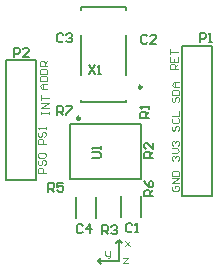
<source format=gto>
G04*
G04 #@! TF.GenerationSoftware,Altium Limited,Altium Designer,20.1.12 (249)*
G04*
G04 Layer_Color=65535*
%FSLAX25Y25*%
%MOIN*%
G70*
G04*
G04 #@! TF.SameCoordinates,99628C8E-7468-4988-8CC2-48D13434FF55*
G04*
G04*
G04 #@! TF.FilePolarity,Positive*
G04*
G01*
G75*
%ADD10C,0.00984*%
%ADD11C,0.00500*%
%ADD12C,0.00787*%
%ADD13C,0.00400*%
D10*
X26559Y50977D02*
G03*
X26559Y50977I-492J0D01*
G01*
X47138Y61378D02*
G03*
X47138Y61378I-492J0D01*
G01*
D11*
X32500Y3500D02*
X33500Y2500D01*
X38500Y9500D02*
X39500Y10500D01*
X40500Y9500D01*
X32500Y3500D02*
X33500Y4500D01*
X32500Y3500D02*
X39500D01*
Y10500D01*
X29442Y68704D02*
X31441Y65705D01*
Y68704D02*
X29442Y65705D01*
X32441D02*
X33440D01*
X32941D01*
Y68704D01*
X32441Y68204D01*
X30441Y37705D02*
X32941D01*
X33440Y38205D01*
Y39205D01*
X32941Y39705D01*
X30441D01*
X33440Y40704D02*
Y41704D01*
Y41204D01*
X30441D01*
X30941Y40704D01*
X19001Y52000D02*
Y55000D01*
X20500D01*
X21000Y54500D01*
Y53500D01*
X20500Y53000D01*
X19001D01*
X20000D02*
X21000Y52000D01*
X22000Y55000D02*
X23999D01*
Y54500D01*
X22000Y52500D01*
Y52000D01*
X50999Y24981D02*
X48000D01*
Y26481D01*
X48500Y26981D01*
X49500D01*
X50000Y26481D01*
Y24981D01*
Y25981D02*
X50999Y26981D01*
X48000Y29980D02*
X48500Y28980D01*
X49500Y27980D01*
X50500D01*
X50999Y28480D01*
Y29480D01*
X50500Y29980D01*
X50000D01*
X49500Y29480D01*
Y27980D01*
X15942Y26481D02*
Y29480D01*
X17441D01*
X17941Y28980D01*
Y27980D01*
X17441Y27481D01*
X15942D01*
X16941D02*
X17941Y26481D01*
X20940Y29480D02*
X18941D01*
Y27980D01*
X19940Y28480D01*
X20440D01*
X20940Y27980D01*
Y26981D01*
X20440Y26481D01*
X19441D01*
X18941Y26981D01*
X34001Y12422D02*
Y15421D01*
X35500D01*
X36000Y14921D01*
Y13921D01*
X35500Y13421D01*
X34001D01*
X35001D02*
X36000Y12422D01*
X37000Y14921D02*
X37500Y15421D01*
X38499D01*
X38999Y14921D01*
Y14421D01*
X38499Y13921D01*
X37999D01*
X38499D01*
X38999Y13421D01*
Y12922D01*
X38499Y12422D01*
X37500D01*
X37000Y12922D01*
X50999Y37922D02*
X48000D01*
Y39422D01*
X48500Y39921D01*
X49500D01*
X50000Y39422D01*
Y37922D01*
Y38922D02*
X50999Y39921D01*
Y42920D02*
Y40921D01*
X49000Y42920D01*
X48500D01*
X48000Y42421D01*
Y41421D01*
X48500Y40921D01*
X49559Y51178D02*
X46560D01*
Y52677D01*
X47059Y53177D01*
X48059D01*
X48559Y52677D01*
Y51178D01*
Y52178D02*
X49559Y53177D01*
Y54177D02*
Y55177D01*
Y54677D01*
X46560D01*
X47059Y54177D01*
X4501Y71500D02*
Y74499D01*
X6000D01*
X6500Y74000D01*
Y73000D01*
X6000Y72500D01*
X4501D01*
X9499Y71500D02*
X7500D01*
X9499Y73500D01*
Y74000D01*
X8999Y74499D01*
X8000D01*
X7500Y74000D01*
X66501Y76500D02*
Y79500D01*
X68000D01*
X68500Y79000D01*
Y78000D01*
X68000Y77500D01*
X66501D01*
X69500Y76500D02*
X70499D01*
X69999D01*
Y79500D01*
X69500Y79000D01*
X27500Y15224D02*
X27000Y15724D01*
X26001D01*
X25501Y15224D01*
Y13225D01*
X26001Y12725D01*
X27000D01*
X27500Y13225D01*
X29999Y12725D02*
Y15724D01*
X28500Y14224D01*
X30499D01*
X21000Y78921D02*
X20500Y79421D01*
X19501D01*
X19001Y78921D01*
Y76922D01*
X19501Y76422D01*
X20500D01*
X21000Y76922D01*
X22000Y78921D02*
X22500Y79421D01*
X23499D01*
X23999Y78921D01*
Y78421D01*
X23499Y77921D01*
X22999D01*
X23499D01*
X23999Y77421D01*
Y76922D01*
X23499Y76422D01*
X22500D01*
X22000Y76922D01*
X49000Y78421D02*
X48500Y78921D01*
X47501D01*
X47001Y78421D01*
Y76422D01*
X47501Y75922D01*
X48500D01*
X49000Y76422D01*
X51999Y75922D02*
X50000D01*
X51999Y77921D01*
Y78421D01*
X51499Y78921D01*
X50500D01*
X50000Y78421D01*
X44000Y15500D02*
X43500Y16000D01*
X42500D01*
X42001Y15500D01*
Y13500D01*
X42500Y13001D01*
X43500D01*
X44000Y13500D01*
X45000Y13001D02*
X45999D01*
X45500D01*
Y16000D01*
X45000Y15500D01*
D12*
X23114Y30898D02*
X46736D01*
Y49008D01*
X23114D02*
X46736D01*
X23114Y30898D02*
Y49008D01*
X46858Y18076D02*
Y24966D01*
X40154Y18055D02*
Y24945D01*
X60500Y25000D02*
X70500D01*
X60500D02*
Y75000D01*
X70500Y25000D02*
Y75000D01*
X60500D02*
X70500D01*
X26961Y65512D02*
Y78898D01*
X41921Y65512D02*
Y78898D01*
X26961Y87165D02*
Y87953D01*
X41921D01*
Y87165D02*
Y87953D01*
X26961Y56457D02*
Y57244D01*
Y56457D02*
X41921D01*
Y57244D01*
X25142Y17896D02*
Y24786D01*
X31846Y17917D02*
Y24807D01*
X2000Y30500D02*
X12000D01*
X2000D02*
Y70500D01*
X12000Y30500D02*
Y70500D01*
X2000D02*
X12000D01*
D13*
X15600Y60900D02*
X13934D01*
X13101Y61733D01*
X13934Y62566D01*
X15600D01*
X14350D01*
Y60900D01*
X13101Y63399D02*
X15600D01*
Y64649D01*
X15183Y65065D01*
X13517D01*
X13101Y64649D01*
Y63399D01*
Y65898D02*
X15600D01*
Y67148D01*
X15183Y67564D01*
X13517D01*
X13101Y67148D01*
Y65898D01*
X15600Y68398D02*
X13101D01*
Y69647D01*
X13517Y70064D01*
X14350D01*
X14767Y69647D01*
Y68398D01*
Y69231D02*
X15600Y70064D01*
X34900Y6899D02*
Y5650D01*
X35317Y5233D01*
X36566D01*
Y4817D01*
X36150Y4400D01*
X35733D01*
X36566Y5233D02*
Y6899D01*
X57517Y36900D02*
X57101Y37317D01*
Y38150D01*
X57517Y38566D01*
X57934D01*
X58350Y38150D01*
Y37733D01*
Y38150D01*
X58767Y38566D01*
X59184D01*
X59600Y38150D01*
Y37317D01*
X59184Y36900D01*
X57101Y39399D02*
X58767D01*
X59600Y40232D01*
X58767Y41065D01*
X57101D01*
X57517Y41898D02*
X57101Y42315D01*
Y43148D01*
X57517Y43565D01*
X57934D01*
X58350Y43148D01*
Y42731D01*
Y43148D01*
X58767Y43565D01*
X59184D01*
X59600Y43148D01*
Y42315D01*
X59184Y41898D01*
X41400Y10066D02*
X43066Y8400D01*
X42233Y9233D01*
X43066Y10066D01*
X41400Y8400D01*
X57517Y28566D02*
X57101Y28150D01*
Y27317D01*
X57517Y26900D01*
X59184D01*
X59600Y27317D01*
Y28150D01*
X59184Y28566D01*
X58350D01*
Y27733D01*
X59600Y29399D02*
X57101D01*
X59600Y31065D01*
X57101D01*
Y31898D02*
X59600D01*
Y33148D01*
X59184Y33564D01*
X57517D01*
X57101Y33148D01*
Y31898D01*
X57517Y48566D02*
X57101Y48150D01*
Y47317D01*
X57517Y46900D01*
X57934D01*
X58350Y47317D01*
Y48150D01*
X58767Y48566D01*
X59184D01*
X59600Y48150D01*
Y47317D01*
X59184Y46900D01*
X57517Y51065D02*
X57101Y50649D01*
Y49816D01*
X57517Y49399D01*
X59184D01*
X59600Y49816D01*
Y50649D01*
X59184Y51065D01*
X57101Y51898D02*
X59600D01*
Y53565D01*
X13601Y52400D02*
Y53233D01*
Y52816D01*
X16100D01*
Y52400D01*
Y53233D01*
Y54483D02*
X13601D01*
X16100Y56149D01*
X13601D01*
Y56982D02*
Y58648D01*
Y57815D01*
X16100D01*
X59100Y67400D02*
X56601D01*
Y68650D01*
X57017Y69066D01*
X57850D01*
X58267Y68650D01*
Y67400D01*
Y68233D02*
X59100Y69066D01*
X56601Y71565D02*
Y69899D01*
X59100D01*
Y71565D01*
X57850Y69899D02*
Y70732D01*
X56601Y72398D02*
Y74064D01*
Y73232D01*
X59100D01*
X57517Y58066D02*
X57101Y57650D01*
Y56817D01*
X57517Y56400D01*
X57934D01*
X58350Y56817D01*
Y57650D01*
X58767Y58066D01*
X59184D01*
X59600Y57650D01*
Y56817D01*
X59184Y56400D01*
X57101Y58899D02*
X59600D01*
Y60149D01*
X59184Y60565D01*
X57517D01*
X57101Y60149D01*
Y58899D01*
X59600Y61398D02*
X57934D01*
X57101Y62231D01*
X57934Y63064D01*
X59600D01*
X58350D01*
Y61398D01*
X40900Y4566D02*
X42566D01*
X40900Y2900D01*
X42566D01*
X15100Y42400D02*
X12601D01*
Y43650D01*
X13017Y44066D01*
X13850D01*
X14267Y43650D01*
Y42400D01*
X13017Y46565D02*
X12601Y46149D01*
Y45316D01*
X13017Y44899D01*
X13434D01*
X13850Y45316D01*
Y46149D01*
X14267Y46565D01*
X14683D01*
X15100Y46149D01*
Y45316D01*
X14683Y44899D01*
X15100Y47398D02*
Y48231D01*
Y47815D01*
X12601D01*
X13017Y47398D01*
X15100Y32900D02*
X12601D01*
Y34150D01*
X13017Y34566D01*
X13850D01*
X14267Y34150D01*
Y32900D01*
X13017Y37065D02*
X12601Y36649D01*
Y35816D01*
X13017Y35399D01*
X13434D01*
X13850Y35816D01*
Y36649D01*
X14267Y37065D01*
X14683D01*
X15100Y36649D01*
Y35816D01*
X14683Y35399D01*
X13017Y37898D02*
X12601Y38315D01*
Y39148D01*
X13017Y39564D01*
X14683D01*
X15100Y39148D01*
Y38315D01*
X14683Y37898D01*
X13017D01*
M02*

</source>
